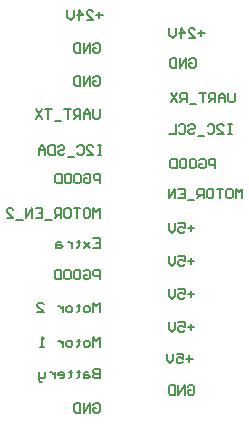
<source format=gbo>
G04*
G04 #@! TF.GenerationSoftware,Altium Limited,Altium Designer,19.1.7 (138)*
G04*
G04 Layer_Color=32896*
%FSLAX25Y25*%
%MOIN*%
G70*
G01*
G75*
%ADD13C,0.00600*%
D13*
X674000Y310599D02*
X671867D01*
X672934Y311666D02*
Y309533D01*
X668668Y309000D02*
X670801D01*
X668668Y311133D01*
Y311666D01*
X669202Y312199D01*
X670268D01*
X670801Y311666D01*
X666003Y309000D02*
Y312199D01*
X667602Y310599D01*
X665469D01*
X664403Y312199D02*
Y310066D01*
X663337Y309000D01*
X662270Y310066D01*
Y312199D01*
X670500Y245600D02*
X668367D01*
X669434Y246666D02*
Y244533D01*
X665168Y247199D02*
X667301D01*
Y245600D01*
X666235Y246133D01*
X665702D01*
X665168Y245600D01*
Y244533D01*
X665702Y244000D01*
X666768D01*
X667301Y244533D01*
X664102Y247199D02*
Y245066D01*
X663036Y244000D01*
X661969Y245066D01*
Y247199D01*
X670500Y234599D02*
X668367D01*
X669434Y235666D02*
Y233533D01*
X665168Y236199D02*
X667301D01*
Y234599D01*
X666235Y235133D01*
X665702D01*
X665168Y234599D01*
Y233533D01*
X665702Y233000D01*
X666768D01*
X667301Y233533D01*
X664102Y236199D02*
Y234066D01*
X663036Y233000D01*
X661969Y234066D01*
Y236199D01*
X670500Y223600D02*
X668367D01*
X669434Y224666D02*
Y222533D01*
X665168Y225199D02*
X667301D01*
Y223600D01*
X666235Y224133D01*
X665702D01*
X665168Y223600D01*
Y222533D01*
X665702Y222000D01*
X666768D01*
X667301Y222533D01*
X664102Y225199D02*
Y223066D01*
X663036Y222000D01*
X661969Y223066D01*
Y225199D01*
X670500Y212599D02*
X668367D01*
X669434Y213666D02*
Y211533D01*
X665168Y214199D02*
X667301D01*
Y212599D01*
X666235Y213133D01*
X665702D01*
X665168Y212599D01*
Y211533D01*
X665702Y211000D01*
X666768D01*
X667301Y211533D01*
X664102Y214199D02*
Y212066D01*
X663036Y211000D01*
X661969Y212066D01*
Y214199D01*
X670000Y202099D02*
X667867D01*
X668934Y203166D02*
Y201033D01*
X664668Y203699D02*
X666801D01*
Y202099D01*
X665735Y202633D01*
X665202D01*
X664668Y202099D01*
Y201033D01*
X665202Y200500D01*
X666268D01*
X666801Y201033D01*
X663602Y203699D02*
Y201566D01*
X662536Y200500D01*
X661469Y201566D01*
Y203699D01*
X668367Y192666D02*
X668900Y193199D01*
X669967D01*
X670500Y192666D01*
Y190533D01*
X669967Y190000D01*
X668900D01*
X668367Y190533D01*
Y191600D01*
X669434D01*
X667301Y190000D02*
Y193199D01*
X665168Y190000D01*
Y193199D01*
X664102D02*
Y190000D01*
X662503D01*
X661969Y190533D01*
Y192666D01*
X662503Y193199D01*
X664102D01*
X636867Y186666D02*
X637400Y187199D01*
X638467D01*
X639000Y186666D01*
Y184533D01*
X638467Y184000D01*
X637400D01*
X636867Y184533D01*
Y185600D01*
X637934D01*
X635801Y184000D02*
Y187199D01*
X633668Y184000D01*
Y187199D01*
X632602D02*
Y184000D01*
X631003D01*
X630469Y184533D01*
Y186666D01*
X631003Y187199D01*
X632602D01*
X636867Y306666D02*
X637400Y307199D01*
X638467D01*
X639000Y306666D01*
Y304533D01*
X638467Y304000D01*
X637400D01*
X636867Y304533D01*
Y305599D01*
X637934D01*
X635801Y304000D02*
Y307199D01*
X633668Y304000D01*
Y307199D01*
X632602D02*
Y304000D01*
X631003D01*
X630469Y304533D01*
Y306666D01*
X631003Y307199D01*
X632602D01*
X636867Y295666D02*
X637400Y296199D01*
X638467D01*
X639000Y295666D01*
Y293533D01*
X638467Y293000D01*
X637400D01*
X636867Y293533D01*
Y294600D01*
X637934D01*
X635801Y293000D02*
Y296199D01*
X633668Y293000D01*
Y296199D01*
X632602D02*
Y293000D01*
X631003D01*
X630469Y293533D01*
Y295666D01*
X631003Y296199D01*
X632602D01*
X640000Y316599D02*
X637867D01*
X638934Y317666D02*
Y315533D01*
X634668Y315000D02*
X636801D01*
X634668Y317133D01*
Y317666D01*
X635202Y318199D01*
X636268D01*
X636801Y317666D01*
X632003Y315000D02*
Y318199D01*
X633602Y316599D01*
X631469D01*
X630403Y318199D02*
Y316066D01*
X629337Y315000D01*
X628270Y316066D01*
Y318199D01*
X639000Y249000D02*
Y252199D01*
X637934Y251133D01*
X636867Y252199D01*
Y249000D01*
X634202Y252199D02*
X635268D01*
X635801Y251666D01*
Y249533D01*
X635268Y249000D01*
X634202D01*
X633668Y249533D01*
Y251666D01*
X634202Y252199D01*
X632602D02*
X630469D01*
X631536D01*
Y249000D01*
X627804Y252199D02*
X628870D01*
X629403Y251666D01*
Y249533D01*
X628870Y249000D01*
X627804D01*
X627270Y249533D01*
Y251666D01*
X627804Y252199D01*
X626204Y249000D02*
Y252199D01*
X624605D01*
X624072Y251666D01*
Y250600D01*
X624605Y250066D01*
X626204D01*
X625138D02*
X624072Y249000D01*
X623005Y248467D02*
X620872D01*
X617673Y252199D02*
X619806D01*
Y249000D01*
X617673D01*
X619806Y250600D02*
X618740D01*
X616607Y249000D02*
Y252199D01*
X614475Y249000D01*
Y252199D01*
X613408Y248467D02*
X611276D01*
X608077Y249000D02*
X610209D01*
X608077Y251133D01*
Y251666D01*
X608610Y252199D01*
X609676D01*
X610209Y251666D01*
X686500Y255500D02*
Y258699D01*
X685434Y257633D01*
X684367Y258699D01*
Y255500D01*
X681702Y258699D02*
X682768D01*
X683301Y258166D01*
Y256033D01*
X682768Y255500D01*
X681702D01*
X681168Y256033D01*
Y258166D01*
X681702Y258699D01*
X680102D02*
X677969D01*
X679036D01*
Y255500D01*
X675304Y258699D02*
X676370D01*
X676903Y258166D01*
Y256033D01*
X676370Y255500D01*
X675304D01*
X674770Y256033D01*
Y258166D01*
X675304Y258699D01*
X673704Y255500D02*
Y258699D01*
X672105D01*
X671571Y258166D01*
Y257100D01*
X672105Y256566D01*
X673704D01*
X672638D02*
X671571Y255500D01*
X670505Y254967D02*
X668372D01*
X665173Y258699D02*
X667306D01*
Y255500D01*
X665173D01*
X667306Y257100D02*
X666240D01*
X664107Y255500D02*
Y258699D01*
X661975Y255500D01*
Y258699D01*
X636867Y242199D02*
X639000D01*
Y239000D01*
X636867D01*
X639000Y240599D02*
X637934D01*
X635801Y241133D02*
X633668Y239000D01*
X634735Y240066D01*
X633668Y241133D01*
X635801Y239000D01*
X632069Y241666D02*
Y241133D01*
X632602D01*
X631536D01*
X632069D01*
Y239533D01*
X631536Y239000D01*
X629936Y241133D02*
Y239000D01*
Y240066D01*
X629403Y240599D01*
X628870Y241133D01*
X628337D01*
X626204D02*
X625138D01*
X624605Y240599D01*
Y239000D01*
X626204D01*
X626737Y239533D01*
X626204Y240066D01*
X624605D01*
X639000Y198699D02*
Y195500D01*
X637400D01*
X636867Y196033D01*
Y196566D01*
X637400Y197099D01*
X639000D01*
X637400D01*
X636867Y197633D01*
Y198166D01*
X637400Y198699D01*
X639000D01*
X635268Y197633D02*
X634202D01*
X633668Y197099D01*
Y195500D01*
X635268D01*
X635801Y196033D01*
X635268Y196566D01*
X633668D01*
X632069Y198166D02*
Y197633D01*
X632602D01*
X631536D01*
X632069D01*
Y196033D01*
X631536Y195500D01*
X629403Y198166D02*
Y197633D01*
X629936D01*
X628870D01*
X629403D01*
Y196033D01*
X628870Y195500D01*
X625671D02*
X626737D01*
X627271Y196033D01*
Y197099D01*
X626737Y197633D01*
X625671D01*
X625138Y197099D01*
Y196566D01*
X627271D01*
X624072Y197633D02*
Y195500D01*
Y196566D01*
X623538Y197099D01*
X623005Y197633D01*
X622472D01*
X620872D02*
Y196033D01*
X620339Y195500D01*
X618740D01*
Y194967D01*
X619273Y194434D01*
X619806D01*
X618740Y195500D02*
Y197633D01*
X639000Y206000D02*
Y209199D01*
X637934Y208133D01*
X636867Y209199D01*
Y206000D01*
X635268D02*
X634202D01*
X633668Y206533D01*
Y207599D01*
X634202Y208133D01*
X635268D01*
X635801Y207599D01*
Y206533D01*
X635268Y206000D01*
X632069Y208666D02*
Y208133D01*
X632602D01*
X631536D01*
X632069D01*
Y206533D01*
X631536Y206000D01*
X629403D02*
X628337D01*
X627804Y206533D01*
Y207599D01*
X628337Y208133D01*
X629403D01*
X629936Y207599D01*
Y206533D01*
X629403Y206000D01*
X626737Y208133D02*
Y206000D01*
Y207066D01*
X626204Y207599D01*
X625671Y208133D01*
X625138D01*
X620339Y206000D02*
X619273D01*
X619806D01*
Y209199D01*
X620339Y208666D01*
X639000Y217500D02*
Y220699D01*
X637934Y219633D01*
X636867Y220699D01*
Y217500D01*
X635268D02*
X634202D01*
X633668Y218033D01*
Y219099D01*
X634202Y219633D01*
X635268D01*
X635801Y219099D01*
Y218033D01*
X635268Y217500D01*
X632069Y220166D02*
Y219633D01*
X632602D01*
X631536D01*
X632069D01*
Y218033D01*
X631536Y217500D01*
X629403D02*
X628337D01*
X627804Y218033D01*
Y219099D01*
X628337Y219633D01*
X629403D01*
X629936Y219099D01*
Y218033D01*
X629403Y217500D01*
X626737Y219633D02*
Y217500D01*
Y218566D01*
X626204Y219099D01*
X625671Y219633D01*
X625138D01*
X618207Y217500D02*
X620339D01*
X618207Y219633D01*
Y220166D01*
X618740Y220699D01*
X619806D01*
X620339Y220166D01*
X639000Y228500D02*
Y231699D01*
X637400D01*
X636867Y231166D01*
Y230100D01*
X637400Y229566D01*
X639000D01*
X633668Y231166D02*
X634202Y231699D01*
X635268D01*
X635801Y231166D01*
Y229033D01*
X635268Y228500D01*
X634202D01*
X633668Y229033D01*
Y230100D01*
X634735D01*
X631003Y231699D02*
X632069D01*
X632602Y231166D01*
Y229033D01*
X632069Y228500D01*
X631003D01*
X630469Y229033D01*
Y231166D01*
X631003Y231699D01*
X627804D02*
X628870D01*
X629403Y231166D01*
Y229033D01*
X628870Y228500D01*
X627804D01*
X627270Y229033D01*
Y231166D01*
X627804Y231699D01*
X626204D02*
Y228500D01*
X624605D01*
X624072Y229033D01*
Y231166D01*
X624605Y231699D01*
X626204D01*
X684000Y290699D02*
Y288033D01*
X683467Y287500D01*
X682401D01*
X681867Y288033D01*
Y290699D01*
X680801Y287500D02*
Y289633D01*
X679735Y290699D01*
X678668Y289633D01*
Y287500D01*
Y289100D01*
X680801D01*
X677602Y287500D02*
Y290699D01*
X676003D01*
X675469Y290166D01*
Y289100D01*
X676003Y288566D01*
X677602D01*
X676536D02*
X675469Y287500D01*
X674403Y290699D02*
X672270D01*
X673337D01*
Y287500D01*
X671204Y286967D02*
X669071D01*
X668005Y287500D02*
Y290699D01*
X666406D01*
X665872Y290166D01*
Y289100D01*
X666406Y288566D01*
X668005D01*
X666939D02*
X665872Y287500D01*
X664806Y290699D02*
X662674Y287500D01*
Y290699D02*
X664806Y287500D01*
X677500Y265500D02*
Y268699D01*
X675901D01*
X675367Y268166D01*
Y267099D01*
X675901Y266566D01*
X677500D01*
X672168Y268166D02*
X672702Y268699D01*
X673768D01*
X674301Y268166D01*
Y266033D01*
X673768Y265500D01*
X672702D01*
X672168Y266033D01*
Y267099D01*
X673235D01*
X669503Y268699D02*
X670569D01*
X671102Y268166D01*
Y266033D01*
X670569Y265500D01*
X669503D01*
X668969Y266033D01*
Y268166D01*
X669503Y268699D01*
X666304D02*
X667370D01*
X667903Y268166D01*
Y266033D01*
X667370Y265500D01*
X666304D01*
X665770Y266033D01*
Y268166D01*
X666304Y268699D01*
X664704D02*
Y265500D01*
X663105D01*
X662571Y266033D01*
Y268166D01*
X663105Y268699D01*
X664704D01*
X668867Y301666D02*
X669401Y302199D01*
X670467D01*
X671000Y301666D01*
Y299533D01*
X670467Y299000D01*
X669401D01*
X668867Y299533D01*
Y300600D01*
X669934D01*
X667801Y299000D02*
Y302199D01*
X665668Y299000D01*
Y302199D01*
X664602D02*
Y299000D01*
X663003D01*
X662469Y299533D01*
Y301666D01*
X663003Y302199D01*
X664602D01*
X639098Y260598D02*
Y263797D01*
X637499D01*
X636966Y263264D01*
Y262198D01*
X637499Y261665D01*
X639098D01*
X633767Y263264D02*
X634300Y263797D01*
X635366D01*
X635899Y263264D01*
Y261132D01*
X635366Y260598D01*
X634300D01*
X633767Y261132D01*
Y262198D01*
X634833D01*
X631101Y263797D02*
X632167D01*
X632700Y263264D01*
Y261132D01*
X632167Y260598D01*
X631101D01*
X630568Y261132D01*
Y263264D01*
X631101Y263797D01*
X627902D02*
X628968D01*
X629501Y263264D01*
Y261132D01*
X628968Y260598D01*
X627902D01*
X627369Y261132D01*
Y263264D01*
X627902Y263797D01*
X626302D02*
Y260598D01*
X624703D01*
X624170Y261132D01*
Y263264D01*
X624703Y263797D01*
X626302D01*
X639500Y273199D02*
X638434D01*
X638967D01*
Y270000D01*
X639500D01*
X638434D01*
X634702D02*
X636834D01*
X634702Y272133D01*
Y272666D01*
X635235Y273199D01*
X636301D01*
X636834Y272666D01*
X631503D02*
X632036Y273199D01*
X633102D01*
X633635Y272666D01*
Y270533D01*
X633102Y270000D01*
X632036D01*
X631503Y270533D01*
X630436Y269467D02*
X628304D01*
X625105Y272666D02*
X625638Y273199D01*
X626704D01*
X627237Y272666D01*
Y272133D01*
X626704Y271600D01*
X625638D01*
X625105Y271066D01*
Y270533D01*
X625638Y270000D01*
X626704D01*
X627237Y270533D01*
X624038Y273199D02*
Y270000D01*
X622439D01*
X621906Y270533D01*
Y272666D01*
X622439Y273199D01*
X624038D01*
X620839Y270000D02*
Y272133D01*
X619773Y273199D01*
X618707Y272133D01*
Y270000D01*
Y271600D01*
X620839D01*
X683000Y280199D02*
X681934D01*
X682467D01*
Y277000D01*
X683000D01*
X681934D01*
X678202D02*
X680334D01*
X678202Y279133D01*
Y279666D01*
X678735Y280199D01*
X679801D01*
X680334Y279666D01*
X675003D02*
X675536Y280199D01*
X676602D01*
X677135Y279666D01*
Y277533D01*
X676602Y277000D01*
X675536D01*
X675003Y277533D01*
X673936Y276467D02*
X671804D01*
X668605Y279666D02*
X669138Y280199D01*
X670204D01*
X670737Y279666D01*
Y279133D01*
X670204Y278600D01*
X669138D01*
X668605Y278066D01*
Y277533D01*
X669138Y277000D01*
X670204D01*
X670737Y277533D01*
X665406Y279666D02*
X665939Y280199D01*
X667005D01*
X667538Y279666D01*
Y277533D01*
X667005Y277000D01*
X665939D01*
X665406Y277533D01*
X664339Y280199D02*
Y277000D01*
X662207D01*
X639000Y285199D02*
Y282533D01*
X638467Y282000D01*
X637400D01*
X636867Y282533D01*
Y285199D01*
X635801Y282000D02*
Y284133D01*
X634735Y285199D01*
X633668Y284133D01*
Y282000D01*
Y283599D01*
X635801D01*
X632602Y282000D02*
Y285199D01*
X631003D01*
X630469Y284666D01*
Y283599D01*
X631003Y283066D01*
X632602D01*
X631536D02*
X630469Y282000D01*
X629403Y285199D02*
X627270D01*
X628337D01*
Y282000D01*
X626204Y281467D02*
X624072D01*
X623005Y285199D02*
X620872D01*
X621939D01*
Y282000D01*
X619806Y285199D02*
X617673Y282000D01*
Y285199D02*
X619806Y282000D01*
M02*

</source>
